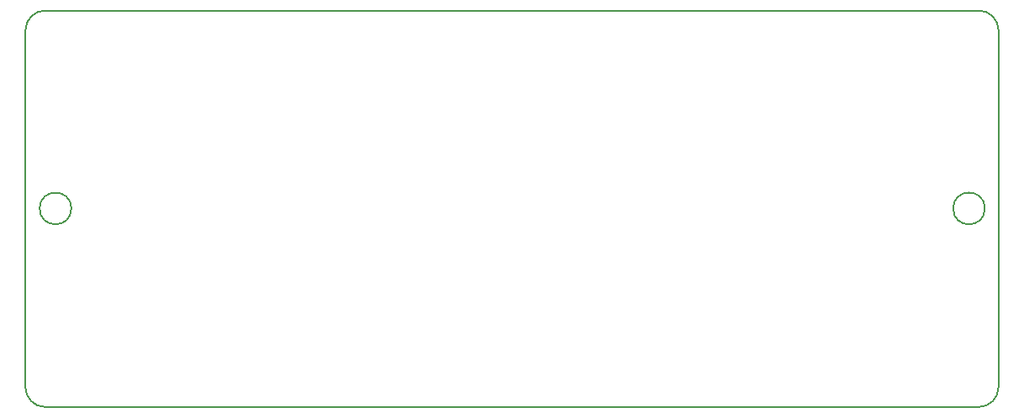
<source format=gm1>
G04 #@! TF.GenerationSoftware,KiCad,Pcbnew,(5.0.2)-1*
G04 #@! TF.CreationDate,2019-01-14T22:25:42+09:00*
G04 #@! TF.ProjectId,Nixie_Module_BaseBoard,4e697869-655f-44d6-9f64-756c655f4261,rev?*
G04 #@! TF.SameCoordinates,Original*
G04 #@! TF.FileFunction,Profile,NP*
%FSLAX46Y46*%
G04 Gerber Fmt 4.6, Leading zero omitted, Abs format (unit mm)*
G04 Created by KiCad (PCBNEW (5.0.2)-1) date 2019/01/14 22:25:42*
%MOMM*%
%LPD*%
G01*
G04 APERTURE LIST*
%ADD10C,0.200000*%
G04 APERTURE END LIST*
D10*
X200518000Y-110524000D02*
G75*
G03X200518000Y-110524000I-1600000J0D01*
G01*
X108518000Y-110524000D02*
G75*
G03X108518000Y-110524000I-1600000J0D01*
G01*
X201886000Y-128556000D02*
G75*
G02X199886000Y-130556000I-2000000J0D01*
G01*
X201886000Y-92556000D02*
X201886000Y-128556000D01*
X199886000Y-90556000D02*
G75*
G02X201886000Y-92556000I0J-2000000D01*
G01*
X105886000Y-90556000D02*
X199886000Y-90556000D01*
X103886000Y-92556000D02*
G75*
G02X105886000Y-90556000I2000000J0D01*
G01*
X103886000Y-128556000D02*
X103886000Y-92556000D01*
X105886000Y-130556000D02*
G75*
G02X103886000Y-128556000I0J2000000D01*
G01*
X199886000Y-130556000D02*
X105886000Y-130556000D01*
M02*

</source>
